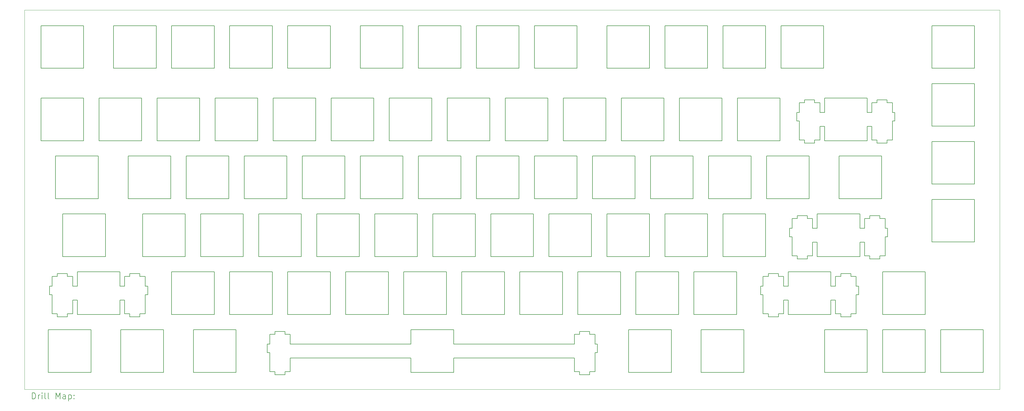
<source format=gbr>
%TF.GenerationSoftware,KiCad,Pcbnew,(6.0.10)*%
%TF.CreationDate,2023-03-05T20:54:47-08:00*%
%TF.ProjectId,fr4 plate,66723420-706c-4617-9465-2e6b69636164,rev?*%
%TF.SameCoordinates,Original*%
%TF.FileFunction,Drillmap*%
%TF.FilePolarity,Positive*%
%FSLAX45Y45*%
G04 Gerber Fmt 4.5, Leading zero omitted, Abs format (unit mm)*
G04 Created by KiCad (PCBNEW (6.0.10)) date 2023-03-05 20:54:47*
%MOMM*%
%LPD*%
G01*
G04 APERTURE LIST*
%ADD10C,0.188976*%
%ADD11C,0.050000*%
%ADD12C,0.200000*%
G04 APERTURE END LIST*
D10*
X13050600Y-15112200D02*
X17013100Y-15112200D01*
X17098801Y-8467200D02*
X17098801Y-8467200D01*
X21175600Y-15582200D02*
X22575600Y-15582200D01*
X27295601Y-11122201D02*
X27295601Y-11122201D01*
X3287501Y-5581000D02*
X3287501Y-5581000D01*
X10431201Y-6562200D02*
X10431201Y-6562200D01*
X13765001Y-11772200D02*
X13765001Y-10372201D01*
X15193801Y-9867200D02*
X15193801Y-9867200D01*
X17098801Y-5581000D02*
X17098801Y-4181000D01*
X12812500Y-13677200D02*
X12812500Y-13677200D01*
X26776302Y-6709200D02*
X26776302Y-7032200D01*
X9955001Y-10372201D02*
X9955001Y-10372201D01*
X17603801Y-8467200D02*
X17603801Y-9867200D01*
X27213100Y-11122201D02*
X27213100Y-11122201D01*
X25758101Y-12332200D02*
X25758101Y-12332200D01*
X24833101Y-10519200D02*
X24660500Y-10519200D01*
X29033800Y-15582200D02*
X30433800Y-15582200D01*
X24568700Y-6617200D02*
X24568700Y-6617200D01*
X41901Y-13752200D02*
X371901Y-13752200D01*
X25758101Y-12332200D02*
X25758101Y-12424200D01*
X24718700Y-9867200D02*
X24718700Y-8467200D01*
X24158101Y-10842200D02*
X24075600Y-10842200D01*
X7515601Y-14329200D02*
X7515601Y-14329200D01*
X19985001Y-11772200D02*
X19985001Y-11772200D01*
X4716301Y-7962200D02*
X4716301Y-6562200D01*
X13288800Y-8467200D02*
X11888800Y-8467200D01*
X14746300Y-7962200D02*
X14746300Y-7962200D01*
X28528801Y-15582200D02*
X28528801Y-14182200D01*
X15698801Y-4181000D02*
X15698801Y-5581000D01*
X24075600Y-10842200D02*
X24075600Y-11122201D01*
X14241301Y-7962200D02*
X14241301Y-7962200D01*
X18527501Y-13677200D02*
X18527501Y-13677200D01*
X-130599Y-12424200D02*
X-130599Y-12747200D01*
X22337500Y-13677200D02*
X22337500Y-13677200D01*
X11383801Y-5581000D02*
X11383801Y-4181000D01*
X28748000Y-5581000D02*
X28748000Y-5581000D01*
X20937500Y-12277200D02*
X20937500Y-13677200D01*
X7126300Y-6562200D02*
X7126300Y-7962200D01*
X9031201Y-7962200D02*
X9031201Y-7962200D01*
X25071300Y-7939200D02*
X25071300Y-7492200D01*
X7602501Y-12277200D02*
X7602501Y-13677200D01*
X24833101Y-11302200D02*
X24833101Y-11302200D01*
X22575600Y-15582200D02*
X22575600Y-14182200D01*
X26343102Y-13027200D02*
X26343102Y-13027200D01*
X25700002Y-8467200D02*
X25700002Y-9867200D01*
X25071300Y-7492200D02*
X25223800Y-7492200D01*
X10431201Y-7962200D02*
X10431201Y-6562200D01*
X24985601Y-11772200D02*
X26385601Y-11772200D01*
X11412500Y-13677200D02*
X11412500Y-13677200D01*
X20461301Y-7962200D02*
X20461301Y-7962200D01*
X27040599Y-11749200D02*
X27213100Y-11749200D01*
X11650501Y-15112200D02*
X11650501Y-15112200D01*
X2421901Y-12332200D02*
X2421901Y-12424200D01*
X22366301Y-7962200D02*
X23766301Y-7962200D01*
X23880600Y-13207200D02*
X24033101Y-13207200D01*
X24158101Y-10519200D02*
X24158101Y-10519200D01*
X29033800Y-14182200D02*
X29033800Y-15582200D01*
X17185601Y-15657200D02*
X17185601Y-15657200D01*
X24833101Y-11749200D02*
X24833101Y-11749200D01*
X-17499Y-8467200D02*
X-17499Y-9867200D01*
X27100002Y-9867200D02*
X27100002Y-9867200D01*
X18794401Y-15582200D02*
X18794401Y-15582200D01*
X18080001Y-11772200D02*
X18080001Y-11772200D01*
X5668801Y-8467200D02*
X4268801Y-8467200D01*
X21385001Y-11772200D02*
X21385001Y-11772200D01*
X9507501Y-13677200D02*
X10907501Y-13677200D01*
X24396300Y-6709200D02*
X24396300Y-6709200D01*
X20908800Y-9867200D02*
X20908800Y-9867200D01*
X17098801Y-9867200D02*
X17098801Y-8467200D01*
X6145001Y-11772200D02*
X6145001Y-10372201D01*
X8526301Y-7962200D02*
X8526301Y-7962200D01*
X22575600Y-14182200D02*
X22575600Y-14182200D01*
X906301Y-4181000D02*
X906301Y-4181000D01*
X25433101Y-13677200D02*
X25433101Y-13677200D01*
X25585601Y-13207200D02*
X25585601Y-13654200D01*
X7013101Y-14652200D02*
X6930600Y-14652200D01*
X7688101Y-15112200D02*
X7688101Y-15112200D01*
X25223800Y-7032200D02*
X25071300Y-7032200D01*
X27040599Y-11749200D02*
X27040599Y-11749200D01*
X24396300Y-7312200D02*
X24396300Y-7939200D01*
X7126300Y-7962200D02*
X7126300Y-7962200D01*
X11383801Y-9867200D02*
X11383801Y-9867200D01*
X27278801Y-6709200D02*
X27278801Y-6709200D01*
X22337500Y-13677200D02*
X22337500Y-12277200D01*
X24833101Y-10842200D02*
X24833101Y-10519200D01*
X371901Y-12332200D02*
X41901Y-12332200D01*
X25585601Y-13654200D02*
X25585601Y-13654200D01*
X21890001Y-5581000D02*
X21890001Y-5581000D01*
X2096901Y-13207200D02*
X2096901Y-13207200D01*
X21385001Y-5581000D02*
X21385001Y-5581000D01*
X24718700Y-8467200D02*
X24718700Y-8467200D01*
X9031201Y-7962200D02*
X10431201Y-7962200D01*
X30148000Y-7991000D02*
X30148000Y-7991000D01*
X5192501Y-13677200D02*
X5192501Y-12277200D01*
X21413801Y-9867200D02*
X21413801Y-9867200D01*
X27040599Y-11847200D02*
X27040599Y-11847200D01*
X26710601Y-10427200D02*
X26710601Y-10519200D01*
X906301Y-7962200D02*
X906301Y-7962200D01*
X24330600Y-10427200D02*
X24330600Y-10519200D01*
X23205600Y-12424200D02*
X23205600Y-12747200D01*
X26385601Y-11772200D02*
X26385601Y-11772200D01*
X7013101Y-14652200D02*
X7013101Y-14652200D01*
X26776302Y-7032200D02*
X26776302Y-7032200D01*
X25223800Y-14182200D02*
X25223800Y-15582200D01*
X4745001Y-11772200D02*
X6145001Y-11772200D01*
X1887501Y-4181000D02*
X1887501Y-5581000D01*
X16175000Y-11772200D02*
X16175000Y-11772200D01*
X25433101Y-13207200D02*
X25585601Y-13207200D01*
X2421901Y-12332200D02*
X2421901Y-12332200D01*
X906301Y-7962200D02*
X906301Y-6562200D01*
X2249401Y-12424200D02*
X2249401Y-12424200D01*
X27128801Y-15582200D02*
X28528801Y-15582200D01*
X11383801Y-4181000D02*
X9983801Y-4181000D01*
X1620601Y-11772200D02*
X1620601Y-11772200D01*
X21413801Y-9867200D02*
X22813800Y-9867200D01*
X371901Y-12424200D02*
X371901Y-12332200D01*
X1144401Y-15582200D02*
X1144401Y-15582200D01*
X22337500Y-12277200D02*
X22337500Y-12277200D01*
X25433101Y-13677200D02*
X25433101Y-13207200D01*
X22337500Y-12277200D02*
X20937500Y-12277200D01*
X8050000Y-11772200D02*
X8050000Y-10372201D01*
X17127501Y-12277200D02*
X17127501Y-13677200D01*
X24660500Y-10519200D02*
X24660500Y-10519200D01*
X17688100Y-14652200D02*
X17688100Y-14329200D01*
X12841301Y-7962200D02*
X14241301Y-7962200D01*
X21890001Y-4181000D02*
X21890001Y-5581000D01*
X19480001Y-11772200D02*
X19480001Y-10372201D01*
X11650501Y-15582200D02*
X11650501Y-15582200D01*
X5668801Y-9867200D02*
X5668801Y-8467200D01*
X17013100Y-15559200D02*
X17185601Y-15559200D01*
X25195000Y-5581000D02*
X25195000Y-5581000D01*
X9002501Y-5581000D02*
X9002501Y-4181000D01*
X14717501Y-13677200D02*
X14717501Y-12277200D01*
X26776302Y-7492200D02*
X26776302Y-7939200D01*
X21385001Y-4181000D02*
X19985001Y-4181000D01*
X26623800Y-7962200D02*
X26623800Y-7492200D01*
X4716301Y-7962200D02*
X4716301Y-7962200D01*
X17098801Y-4181000D02*
X15698801Y-4181000D01*
X25195000Y-4181000D02*
X25195000Y-4181000D01*
X27100002Y-8467200D02*
X27100002Y-8467200D01*
X13765001Y-10372201D02*
X13765001Y-10372201D01*
X7126300Y-7962200D02*
X8526301Y-7962200D01*
X23708101Y-13654200D02*
X23708101Y-13654200D01*
X371901Y-13654200D02*
X544401Y-13654200D01*
X14717501Y-13677200D02*
X14717501Y-13677200D01*
X18556301Y-7962200D02*
X19956301Y-7962200D01*
X1144401Y-14182200D02*
X-255599Y-14182200D01*
X24396300Y-7939200D02*
X24568700Y-7939200D01*
X18527501Y-13677200D02*
X18527501Y-12277200D01*
X5668801Y-8467200D02*
X5668801Y-8467200D01*
X7013101Y-14329200D02*
X7013101Y-14329200D01*
X3525601Y-14182200D02*
X3525601Y-14182200D01*
X2751901Y-12424200D02*
X2751901Y-12332200D01*
X24313800Y-7032200D02*
X24313800Y-7032200D01*
X17098801Y-4181000D02*
X17098801Y-4181000D01*
X17688100Y-14932200D02*
X17770601Y-14932200D01*
X26710601Y-11847200D02*
X26710601Y-11847200D01*
X24833101Y-11749200D02*
X24833101Y-11302200D01*
X15193801Y-5581000D02*
X15193801Y-5581000D01*
X19985001Y-11772200D02*
X21385001Y-11772200D01*
X7602501Y-13677200D02*
X9002501Y-13677200D01*
X12365001Y-10372201D02*
X12365001Y-11772200D01*
X28528801Y-15582200D02*
X28528801Y-15582200D01*
X24660500Y-10427200D02*
X24660500Y-10427200D01*
X18051301Y-6562200D02*
X18051301Y-6562200D01*
X6930600Y-14652200D02*
X6930600Y-14932200D01*
X371901Y-13752200D02*
X371901Y-13752200D01*
X21385001Y-10372201D02*
X21385001Y-10372201D01*
X20194401Y-14182200D02*
X18794401Y-14182200D01*
X15670000Y-10372201D02*
X15670000Y-10372201D01*
X11412500Y-13677200D02*
X12812500Y-13677200D01*
X220601Y-10372201D02*
X220601Y-11772200D01*
X2924401Y-12424200D02*
X2924401Y-12424200D01*
X17688100Y-14329200D02*
X17688100Y-14329200D01*
X544401Y-12747200D02*
X544401Y-12747200D01*
X13050600Y-14182200D02*
X13050600Y-14182200D01*
X26088100Y-13752200D02*
X26088100Y-13752200D01*
X3792501Y-5581000D02*
X3792501Y-5581000D01*
X19985001Y-10372201D02*
X19985001Y-11772200D01*
X13793801Y-5581000D02*
X15193801Y-5581000D01*
X26538100Y-11749200D02*
X26538100Y-11749200D01*
X19985001Y-5581000D02*
X19985001Y-5581000D01*
X27451302Y-7939200D02*
X27451302Y-7312200D01*
X41901Y-12424200D02*
X-130599Y-12424200D01*
X16175000Y-10372201D02*
X16175000Y-11772200D01*
X9983801Y-9867200D02*
X9983801Y-9867200D01*
X25223800Y-15582200D02*
X25223800Y-15582200D01*
X2811301Y-6562200D02*
X1411301Y-6562200D01*
X7573800Y-9867200D02*
X7573800Y-9867200D01*
X23378101Y-13752200D02*
X23708101Y-13752200D01*
X25195000Y-4181000D02*
X23795000Y-4181000D01*
X9983801Y-8467200D02*
X9983801Y-9867200D01*
X27040599Y-11847200D02*
X27040599Y-11749200D01*
X24833101Y-10842200D02*
X24833101Y-10842200D01*
X906301Y-4181000D02*
X-493699Y-4181000D01*
X26948800Y-7939200D02*
X26948800Y-8037200D01*
X1887501Y-5581000D02*
X1887501Y-5581000D01*
X23880600Y-12424200D02*
X23708101Y-12424200D01*
X24985601Y-11772200D02*
X24985601Y-11772200D01*
X26260601Y-12747200D02*
X26260601Y-12747200D01*
X2421901Y-12424200D02*
X2249401Y-12424200D01*
X7097501Y-13677200D02*
X7097501Y-13677200D01*
X17515601Y-15657200D02*
X17515601Y-15657200D01*
X26260601Y-13027200D02*
X26260601Y-13027200D01*
X2421901Y-12424200D02*
X2421901Y-12424200D01*
X8078801Y-9867200D02*
X8078801Y-9867200D01*
X11383801Y-8467200D02*
X9983801Y-8467200D01*
X20194401Y-14182200D02*
X20194401Y-14182200D01*
X7097501Y-12277200D02*
X7097501Y-12277200D01*
X220601Y-11772200D02*
X220601Y-11772200D01*
X27278801Y-8037200D02*
X27278801Y-7939200D01*
X15698801Y-5581000D02*
X15698801Y-5581000D01*
X19032500Y-13677200D02*
X20432500Y-13677200D01*
X20432500Y-13677200D02*
X20432500Y-12277200D01*
X5192501Y-5581000D02*
X5192501Y-5581000D01*
X24985601Y-11302200D02*
X24985601Y-11302200D01*
X6650000Y-11772200D02*
X6650000Y-11772200D01*
X24158101Y-10519200D02*
X24158101Y-10842200D01*
X17515601Y-14329200D02*
X17515601Y-14237200D01*
X23378101Y-13752200D02*
X23378101Y-13752200D01*
X2421901Y-13752200D02*
X2751901Y-13752200D01*
X26948800Y-6617200D02*
X26948800Y-6617200D01*
X2840001Y-11772200D02*
X2840001Y-11772200D01*
X21861301Y-6562200D02*
X20461301Y-6562200D01*
X11888800Y-8467200D02*
X11888800Y-9867200D01*
X19003801Y-8467200D02*
X19003801Y-8467200D01*
X24898800Y-8037200D02*
X24898800Y-8037200D01*
X22813800Y-9867200D02*
X22813800Y-9867200D01*
X27295601Y-10842200D02*
X27213100Y-10842200D01*
X-130599Y-13027200D02*
X-130599Y-13027200D01*
X13793801Y-8467200D02*
X13793801Y-9867200D01*
X23880600Y-12424200D02*
X23880600Y-12424200D01*
X23880600Y-12747200D02*
X23880600Y-12747200D01*
X41901Y-13654200D02*
X41901Y-13654200D01*
X19032500Y-12277200D02*
X19032500Y-13677200D01*
X12336301Y-7962200D02*
X12336301Y-6562200D01*
X16146300Y-6562200D02*
X14746300Y-6562200D01*
X21861301Y-6562200D02*
X21861301Y-6562200D01*
X24985601Y-10842200D02*
X24985601Y-10842200D01*
X12336301Y-7962200D02*
X12336301Y-7962200D01*
X5192501Y-4181000D02*
X5192501Y-4181000D01*
X2924401Y-12747200D02*
X2924401Y-12747200D01*
X1411301Y-7962200D02*
X2811301Y-7962200D01*
X4716301Y-6562200D02*
X3316301Y-6562200D01*
X544401Y-13207200D02*
X544401Y-13207200D01*
X17013100Y-15112200D02*
X17013100Y-15559200D01*
X24396300Y-7032200D02*
X24313800Y-7032200D01*
X28748000Y-9896000D02*
X28748000Y-11296000D01*
X14241301Y-6562200D02*
X14241301Y-6562200D01*
X3316301Y-7962200D02*
X4716301Y-7962200D01*
X25433101Y-12277200D02*
X24033101Y-12277200D01*
X24033101Y-12747200D02*
X24033101Y-12747200D01*
X11860001Y-11772200D02*
X11860001Y-11772200D01*
X17575000Y-10372201D02*
X17575000Y-10372201D01*
X-493699Y-5581000D02*
X-493699Y-5581000D01*
X4240001Y-10372201D02*
X4240001Y-10372201D01*
X27213100Y-10842200D02*
X27213100Y-10519200D01*
X27278801Y-7939200D02*
X27278801Y-7939200D01*
X4716301Y-6562200D02*
X4716301Y-6562200D01*
X3792501Y-13677200D02*
X3792501Y-13677200D01*
X10460001Y-11772200D02*
X11860001Y-11772200D01*
X13793801Y-9867200D02*
X13793801Y-9867200D01*
X19480001Y-4181000D02*
X19480001Y-4181000D01*
X7573800Y-8467200D02*
X6173800Y-8467200D01*
X26710601Y-11749200D02*
X26710601Y-11749200D01*
X17013100Y-14652200D02*
X13050600Y-14652200D01*
X16146300Y-7962200D02*
X16146300Y-7962200D01*
X24568700Y-8037200D02*
X24898800Y-8037200D01*
X7097501Y-5581000D02*
X7097501Y-4181000D01*
X14270000Y-10372201D02*
X14270000Y-11772200D01*
X23766301Y-6562200D02*
X22366301Y-6562200D01*
X25223800Y-7492200D02*
X25223800Y-7492200D01*
X-130599Y-13654200D02*
X41901Y-13654200D01*
X5697501Y-13677200D02*
X7097501Y-13677200D01*
X5192501Y-12277200D02*
X5192501Y-12277200D01*
X30433800Y-15582200D02*
X30433800Y-14182200D01*
X6173800Y-9867200D02*
X6173800Y-9867200D01*
X25223800Y-7962200D02*
X26623800Y-7962200D01*
X544401Y-13207200D02*
X696901Y-13207200D01*
X27295601Y-10842200D02*
X27295601Y-10842200D01*
X24985601Y-10372201D02*
X24985601Y-10842200D01*
X7573800Y-9867200D02*
X7573800Y-8467200D01*
X26776302Y-7032200D02*
X26623800Y-7032200D01*
X25223800Y-7032200D02*
X25223800Y-7032200D01*
X3525601Y-15582200D02*
X3525601Y-15582200D01*
X26623800Y-7032200D02*
X26623800Y-7032200D01*
X26385601Y-10842200D02*
X26385601Y-10842200D01*
X23290001Y-5581000D02*
X23290001Y-5581000D01*
X6173800Y-8467200D02*
X6173800Y-9867200D01*
X17770601Y-14932200D02*
X17770601Y-14652200D01*
X18527501Y-12277200D02*
X18527501Y-12277200D01*
X-213099Y-12747200D02*
X-213099Y-13027200D01*
X2363801Y-9867200D02*
X3763801Y-9867200D01*
X12336301Y-6562200D02*
X12336301Y-6562200D01*
X23318801Y-9867200D02*
X23318801Y-9867200D01*
X11383801Y-8467200D02*
X11383801Y-8467200D01*
X16622501Y-13677200D02*
X16622501Y-12277200D01*
X24898800Y-8037200D02*
X24898800Y-7939200D01*
X26623800Y-7962200D02*
X26623800Y-7962200D01*
X17515601Y-14329200D02*
X17515601Y-14329200D01*
X23708101Y-13752200D02*
X23708101Y-13752200D01*
X26776302Y-7939200D02*
X26776302Y-7939200D01*
X19003801Y-9867200D02*
X19003801Y-9867200D01*
X23205600Y-13654200D02*
X23205600Y-13654200D01*
X23708101Y-13654200D02*
X23880600Y-13654200D01*
X7185601Y-14237200D02*
X7185601Y-14237200D01*
X10907501Y-13677200D02*
X10907501Y-13677200D01*
X7185601Y-15559200D02*
X7185601Y-15657200D01*
X10431201Y-6562200D02*
X9031201Y-6562200D01*
X2840001Y-10372201D02*
X2840001Y-11772200D01*
X8050000Y-11772200D02*
X8050000Y-11772200D01*
X19956301Y-6562200D02*
X19956301Y-6562200D01*
X26623800Y-7032200D02*
X26623800Y-6562200D01*
X13793801Y-9867200D02*
X15193801Y-9867200D01*
X20908800Y-8467200D02*
X19508800Y-8467200D01*
X27128801Y-13677200D02*
X28528801Y-13677200D01*
X26343102Y-13027200D02*
X26343102Y-12747200D01*
X9507501Y-12277200D02*
X9507501Y-13677200D01*
X6650000Y-10372201D02*
X6650000Y-11772200D01*
X2096901Y-13677200D02*
X2096901Y-13677200D01*
X26538100Y-10842200D02*
X26538100Y-10842200D01*
X26260601Y-13027200D02*
X26343102Y-13027200D01*
X24568700Y-6709200D02*
X24568700Y-6709200D01*
X18080001Y-10372201D02*
X18080001Y-11772200D01*
X23708101Y-12424200D02*
X23708101Y-12424200D01*
X9002501Y-13677200D02*
X9002501Y-12277200D01*
X30148000Y-7486000D02*
X30148000Y-6086000D01*
X16146300Y-7962200D02*
X16146300Y-6562200D01*
X26776302Y-6709200D02*
X26776302Y-6709200D01*
X14717501Y-12277200D02*
X13317501Y-12277200D01*
X3006901Y-13027200D02*
X3006901Y-13027200D01*
X17185601Y-15559200D02*
X17185601Y-15657200D01*
X6621301Y-7962200D02*
X6621301Y-7962200D01*
X7688101Y-15559200D02*
X7688101Y-15559200D01*
X23205600Y-13027200D02*
X23205600Y-13027200D01*
X12841301Y-6562200D02*
X12841301Y-7962200D01*
X2249401Y-13207200D02*
X2249401Y-13207200D01*
X-255599Y-15582200D02*
X1144401Y-15582200D01*
X12812500Y-12277200D02*
X12812500Y-12277200D01*
X3763801Y-9867200D02*
X3763801Y-9867200D01*
X25223800Y-6562200D02*
X25223800Y-7032200D01*
X25223800Y-15582200D02*
X26623800Y-15582200D01*
X22813800Y-8467200D02*
X21413801Y-8467200D01*
X23708101Y-12332200D02*
X23708101Y-12332200D01*
X19956301Y-7962200D02*
X19956301Y-6562200D01*
X41901Y-12424200D02*
X41901Y-12424200D01*
X30148000Y-11296000D02*
X30148000Y-11296000D01*
X14746300Y-7962200D02*
X16146300Y-7962200D01*
X15193801Y-9867200D02*
X15193801Y-8467200D01*
X11860001Y-10372201D02*
X10460001Y-10372201D01*
X26948800Y-6709200D02*
X26776302Y-6709200D01*
X30433800Y-15582200D02*
X30433800Y-15582200D01*
X5221301Y-7962200D02*
X6621301Y-7962200D01*
X27278801Y-6617200D02*
X26948800Y-6617200D01*
X10907501Y-12277200D02*
X10907501Y-12277200D01*
X19985001Y-4181000D02*
X19985001Y-5581000D01*
X27451302Y-7032200D02*
X27451302Y-7032200D01*
X26088100Y-13654200D02*
X26260601Y-13654200D01*
X30148000Y-7486000D02*
X30148000Y-7486000D01*
X23378101Y-12424200D02*
X23378101Y-12424200D01*
X23290001Y-4181000D02*
X23290001Y-4181000D01*
X17185601Y-14237200D02*
X17185601Y-14329200D01*
X12365001Y-11772200D02*
X12365001Y-11772200D01*
X15193801Y-4181000D02*
X15193801Y-4181000D01*
X23880600Y-12747200D02*
X23880600Y-12424200D01*
X7515601Y-15657200D02*
X7515601Y-15657200D01*
X10936200Y-6562200D02*
X10936200Y-7962200D01*
X19480001Y-10372201D02*
X18080001Y-10372201D01*
X11888800Y-9867200D02*
X11888800Y-9867200D01*
X7515601Y-15657200D02*
X7515601Y-15559200D01*
X7185601Y-14329200D02*
X7185601Y-14329200D01*
X7185601Y-14329200D02*
X7013101Y-14329200D01*
D11*
X-1038000Y-3660000D02*
X30972000Y-3660000D01*
X30972000Y-3660000D02*
X30972000Y-16143000D01*
X30972000Y-16143000D02*
X-1038000Y-16143000D01*
X-1038000Y-16143000D02*
X-1038000Y-3660000D01*
D10*
X27128801Y-13677200D02*
X27128801Y-13677200D01*
X3006901Y-12747200D02*
X2924401Y-12747200D01*
X12336301Y-6562200D02*
X10936200Y-6562200D01*
X24158101Y-11122201D02*
X24158101Y-11749200D01*
X30148000Y-5581000D02*
X30148000Y-4181000D01*
X696901Y-13207200D02*
X696901Y-13677200D01*
X27295601Y-11122201D02*
X27295601Y-10842200D01*
X28748000Y-7486000D02*
X28748000Y-7486000D01*
X2751901Y-12332200D02*
X2751901Y-12332200D01*
X24330600Y-11847200D02*
X24330600Y-11847200D01*
X9478801Y-8467200D02*
X8078801Y-8467200D01*
X24330600Y-10427200D02*
X24330600Y-10427200D01*
X27451302Y-7312200D02*
X27451302Y-7312200D01*
X17013100Y-14329200D02*
X17013100Y-14652200D01*
X25758101Y-12424200D02*
X25585601Y-12424200D01*
X24033101Y-12747200D02*
X23880600Y-12747200D01*
X4506901Y-14182200D02*
X4506901Y-15582200D01*
X5192501Y-12277200D02*
X3792501Y-12277200D01*
X27100002Y-8467200D02*
X25700002Y-8467200D01*
X11650501Y-14652200D02*
X7688101Y-14652200D01*
X17575000Y-10372201D02*
X16175000Y-10372201D01*
X906301Y-5581000D02*
X906301Y-4181000D01*
X2096901Y-12277200D02*
X696901Y-12277200D01*
X18527501Y-12277200D02*
X17127501Y-12277200D01*
X21890001Y-5581000D02*
X23290001Y-5581000D01*
X17688100Y-14932200D02*
X17688100Y-14932200D01*
X24075600Y-11122201D02*
X24158101Y-11122201D01*
X28748000Y-11296000D02*
X28748000Y-11296000D01*
X9983801Y-5581000D02*
X9983801Y-5581000D01*
X23290001Y-5581000D02*
X23290001Y-4181000D01*
X5906900Y-14182200D02*
X5906900Y-14182200D01*
X7013101Y-14932200D02*
X7013101Y-15559200D01*
X27451302Y-7312200D02*
X27533800Y-7312200D01*
X30148000Y-9391000D02*
X30148000Y-9391000D01*
X544401Y-12424200D02*
X371901Y-12424200D01*
X30148000Y-11296000D02*
X30148000Y-9896000D01*
X18794401Y-14182200D02*
X18794401Y-15582200D01*
X24898800Y-6709200D02*
X24898800Y-6617200D01*
X6621301Y-6562200D02*
X5221301Y-6562200D01*
X41901Y-12332200D02*
X41901Y-12332200D01*
X15222501Y-13677200D02*
X15222501Y-13677200D01*
X11888800Y-5581000D02*
X13288800Y-5581000D01*
X2096901Y-12747200D02*
X2096901Y-12747200D01*
X2751901Y-13654200D02*
X2751901Y-13654200D01*
X18051301Y-6562200D02*
X16651300Y-6562200D01*
X24898800Y-6709200D02*
X24898800Y-6709200D01*
X17603801Y-9867200D02*
X17603801Y-9867200D01*
X25700002Y-9867200D02*
X27100002Y-9867200D01*
X16146300Y-6562200D02*
X16146300Y-6562200D01*
X23123101Y-13027200D02*
X23205600Y-13027200D01*
X28748000Y-7486000D02*
X30148000Y-7486000D01*
X23205600Y-12747200D02*
X23205600Y-12747200D01*
X17688100Y-14652200D02*
X17688100Y-14652200D01*
X696901Y-13677200D02*
X2096901Y-13677200D01*
X7515601Y-15559200D02*
X7688101Y-15559200D01*
X17098801Y-9867200D02*
X17098801Y-9867200D01*
X24330600Y-11749200D02*
X24330600Y-11847200D01*
X1411301Y-7962200D02*
X1411301Y-7962200D01*
X27533800Y-7032200D02*
X27533800Y-7032200D01*
X27278801Y-8037200D02*
X27278801Y-8037200D01*
X5906900Y-15582200D02*
X5906900Y-14182200D01*
X27278801Y-7939200D02*
X27451302Y-7939200D01*
X6650000Y-11772200D02*
X8050000Y-11772200D01*
X26088100Y-12424200D02*
X26088100Y-12424200D01*
X26088100Y-12332200D02*
X26088100Y-12332200D01*
X18794401Y-15582200D02*
X20194401Y-15582200D01*
X2363801Y-8467200D02*
X2363801Y-9867200D01*
X19480001Y-5581000D02*
X19480001Y-5581000D01*
X15670000Y-10372201D02*
X14270000Y-10372201D01*
X23378101Y-12332200D02*
X23378101Y-12332200D01*
X14717501Y-12277200D02*
X14717501Y-12277200D01*
X19956301Y-6562200D02*
X18556301Y-6562200D01*
X-255599Y-15582200D02*
X-255599Y-15582200D01*
X30148000Y-4181000D02*
X28748000Y-4181000D01*
X15193801Y-5581000D02*
X15193801Y-4181000D01*
X4268801Y-9867200D02*
X4268801Y-9867200D01*
X13793801Y-5581000D02*
X13793801Y-5581000D01*
X3763801Y-8467200D02*
X2363801Y-8467200D01*
X29033800Y-15582200D02*
X29033800Y-15582200D01*
X2125601Y-15582200D02*
X2125601Y-15582200D01*
X25433101Y-13207200D02*
X25433101Y-13207200D01*
X15698801Y-9867200D02*
X17098801Y-9867200D01*
X5697501Y-4181000D02*
X5697501Y-5581000D01*
X13050600Y-15582200D02*
X13050600Y-15582200D01*
X23795000Y-5581000D02*
X25195000Y-5581000D01*
X24313800Y-7312200D02*
X24313800Y-7312200D01*
X8078801Y-8467200D02*
X8078801Y-9867200D01*
X20461301Y-6562200D02*
X20461301Y-7962200D01*
X24568700Y-7939200D02*
X24568700Y-7939200D01*
X10907501Y-12277200D02*
X9507501Y-12277200D01*
X3525601Y-15582200D02*
X3525601Y-14182200D01*
X371901Y-12332200D02*
X371901Y-12332200D01*
X24396300Y-7032200D02*
X24396300Y-7032200D01*
X11860001Y-10372201D02*
X11860001Y-10372201D01*
X24158101Y-11122201D02*
X24158101Y-11122201D01*
X24330600Y-11749200D02*
X24330600Y-11749200D01*
X24158101Y-11749200D02*
X24330600Y-11749200D01*
X25585601Y-12424200D02*
X25585601Y-12424200D01*
X17515601Y-15559200D02*
X17688100Y-15559200D01*
X30433800Y-14182200D02*
X29033800Y-14182200D01*
X23708101Y-12424200D02*
X23708101Y-12332200D01*
X17013100Y-15112200D02*
X17013100Y-15112200D01*
X27278801Y-6709200D02*
X27278801Y-6617200D01*
X26088100Y-12424200D02*
X26088100Y-12332200D01*
X21413801Y-8467200D02*
X21413801Y-9867200D01*
X17770601Y-14652200D02*
X17688100Y-14652200D01*
X24568700Y-6709200D02*
X24396300Y-6709200D01*
X27451302Y-7939200D02*
X27451302Y-7939200D01*
X19480001Y-11772200D02*
X19480001Y-11772200D01*
X17515601Y-14237200D02*
X17185601Y-14237200D01*
X19480001Y-4181000D02*
X18080001Y-4181000D01*
X19480001Y-5581000D02*
X19480001Y-4181000D01*
X371901Y-12424200D02*
X371901Y-12424200D01*
X544401Y-12747200D02*
X544401Y-12424200D01*
X26948800Y-7939200D02*
X26948800Y-7939200D01*
X7097501Y-13677200D02*
X7097501Y-12277200D01*
X2924401Y-13027200D02*
X3006901Y-13027200D01*
X3763801Y-9867200D02*
X3763801Y-8467200D01*
X8526301Y-6562200D02*
X8526301Y-6562200D01*
X25758101Y-13654200D02*
X25758101Y-13752200D01*
X27451302Y-6709200D02*
X27451302Y-6709200D01*
X9002501Y-4181000D02*
X7602501Y-4181000D01*
X26623800Y-6562200D02*
X25223800Y-6562200D01*
X-17499Y-9867200D02*
X1382501Y-9867200D01*
X13765001Y-10372201D02*
X12365001Y-10372201D01*
X371901Y-13654200D02*
X371901Y-13654200D01*
X21175600Y-14182200D02*
X21175600Y-15582200D01*
X13317501Y-13677200D02*
X13317501Y-13677200D01*
X28748000Y-9391000D02*
X30148000Y-9391000D01*
X26623800Y-14182200D02*
X26623800Y-14182200D01*
X2249401Y-12424200D02*
X2249401Y-12747200D01*
X24898800Y-7939200D02*
X25071300Y-7939200D01*
X14241301Y-7962200D02*
X14241301Y-6562200D01*
X20461301Y-7962200D02*
X21861301Y-7962200D01*
X20937500Y-13677200D02*
X22337500Y-13677200D01*
X13050600Y-14182200D02*
X11650501Y-14182200D01*
X27213100Y-10842200D02*
X27213100Y-10842200D01*
X21890001Y-10372201D02*
X21890001Y-11772200D01*
X5192501Y-13677200D02*
X5192501Y-13677200D01*
X41901Y-13654200D02*
X41901Y-13752200D01*
X27128801Y-14182200D02*
X27128801Y-15582200D01*
X2421901Y-13654200D02*
X2421901Y-13752200D01*
X10936200Y-7962200D02*
X12336301Y-7962200D01*
X23795000Y-5581000D02*
X23795000Y-5581000D01*
X28528801Y-13677200D02*
X28528801Y-13677200D01*
X7097501Y-5581000D02*
X7097501Y-5581000D01*
X4268801Y-8467200D02*
X4268801Y-9867200D01*
X2751901Y-13654200D02*
X2924401Y-13654200D01*
X5697501Y-12277200D02*
X5697501Y-13677200D01*
X2751901Y-12424200D02*
X2751901Y-12424200D01*
X18556301Y-6562200D02*
X18556301Y-7962200D01*
X1382501Y-8467200D02*
X-17499Y-8467200D01*
X1144401Y-15582200D02*
X1144401Y-14182200D01*
X13050600Y-15112200D02*
X13050600Y-15112200D01*
X19508800Y-9867200D02*
X19508800Y-9867200D01*
X17688100Y-14329200D02*
X17515601Y-14329200D01*
X-213099Y-12747200D02*
X-213099Y-12747200D01*
X1382501Y-9867200D02*
X1382501Y-9867200D01*
X4745001Y-11772200D02*
X4745001Y-11772200D01*
X5906900Y-15582200D02*
X5906900Y-15582200D01*
X23708101Y-13752200D02*
X23708101Y-13654200D01*
X7097501Y-4181000D02*
X7097501Y-4181000D01*
X13288800Y-5581000D02*
X13288800Y-4181000D01*
X15222501Y-13677200D02*
X16622501Y-13677200D01*
X14270000Y-11772200D02*
X15670000Y-11772200D01*
X8050000Y-10372201D02*
X8050000Y-10372201D01*
X21385001Y-4181000D02*
X21385001Y-4181000D01*
X9002501Y-5581000D02*
X9002501Y-5581000D01*
X7515601Y-15559200D02*
X7515601Y-15559200D01*
X26260601Y-12747200D02*
X26260601Y-12424200D01*
X30148000Y-7991000D02*
X28748000Y-7991000D01*
X1620601Y-10372201D02*
X1620601Y-10372201D01*
X5668801Y-9867200D02*
X5668801Y-9867200D01*
X27040599Y-10519200D02*
X27040599Y-10519200D01*
X2096901Y-13677200D02*
X2096901Y-13207200D01*
X14241301Y-6562200D02*
X12841301Y-6562200D01*
X-130599Y-12424200D02*
X-130599Y-12424200D01*
X28528801Y-13677200D02*
X28528801Y-12277200D01*
X26260601Y-12424200D02*
X26088100Y-12424200D01*
X24396300Y-6709200D02*
X24396300Y-7032200D01*
X23880600Y-13207200D02*
X23880600Y-13207200D01*
X24330600Y-10519200D02*
X24158101Y-10519200D01*
X6621301Y-6562200D02*
X6621301Y-6562200D01*
X25071300Y-6709200D02*
X24898800Y-6709200D01*
X9031201Y-6562200D02*
X9031201Y-7962200D01*
X18080001Y-11772200D02*
X19480001Y-11772200D01*
X11888800Y-9867200D02*
X13288800Y-9867200D01*
X24660500Y-10519200D02*
X24660500Y-10427200D01*
X6930600Y-14932200D02*
X6930600Y-14932200D01*
X2125601Y-14182200D02*
X2125601Y-15582200D01*
X13050600Y-14652200D02*
X13050600Y-14182200D01*
X544401Y-13654200D02*
X544401Y-13207200D01*
X24158101Y-11749200D02*
X24158101Y-11749200D01*
X26948800Y-8037200D02*
X26948800Y-8037200D01*
X7185601Y-14237200D02*
X7185601Y-14329200D01*
X13288800Y-4181000D02*
X11888800Y-4181000D01*
X23318801Y-8467200D02*
X23318801Y-9867200D01*
X17127501Y-13677200D02*
X17127501Y-13677200D01*
X15670000Y-11772200D02*
X15670000Y-11772200D01*
X3792501Y-4181000D02*
X3792501Y-5581000D01*
X4240001Y-10372201D02*
X2840001Y-10372201D01*
X23378101Y-12424200D02*
X23205600Y-12424200D01*
X2096901Y-12747200D02*
X2096901Y-12277200D01*
X24898800Y-7939200D02*
X24898800Y-7939200D01*
X20908800Y-8467200D02*
X20908800Y-8467200D01*
X26088100Y-13752200D02*
X26088100Y-13654200D01*
X19985001Y-5581000D02*
X21385001Y-5581000D01*
X30148000Y-6086000D02*
X28748000Y-6086000D01*
X24660500Y-11847200D02*
X24660500Y-11749200D01*
X11650501Y-15112200D02*
X11650501Y-15582200D01*
X30148000Y-6086000D02*
X30148000Y-6086000D01*
X7185601Y-15559200D02*
X7185601Y-15559200D01*
X24313800Y-7312200D02*
X24396300Y-7312200D01*
X24033101Y-13677200D02*
X25433101Y-13677200D01*
X25433101Y-12277200D02*
X25433101Y-12277200D01*
X26088100Y-12332200D02*
X25758101Y-12332200D01*
X544401Y-13654200D02*
X544401Y-13654200D01*
X24660500Y-11749200D02*
X24660500Y-11749200D01*
X21175600Y-15582200D02*
X21175600Y-15582200D01*
X7013101Y-14329200D02*
X7013101Y-14652200D01*
X23290001Y-11772200D02*
X23290001Y-10372201D01*
X28748000Y-11296000D02*
X30148000Y-11296000D01*
X7688101Y-15559200D02*
X7688101Y-15112200D01*
X27040599Y-10427200D02*
X27040599Y-10427200D01*
X16651300Y-7962200D02*
X18051301Y-7962200D01*
X13288800Y-9867200D02*
X13288800Y-8467200D01*
X696901Y-12277200D02*
X696901Y-12747200D01*
X23880600Y-13654200D02*
X23880600Y-13654200D01*
X15670000Y-11772200D02*
X15670000Y-10372201D01*
X23378101Y-12332200D02*
X23378101Y-12424200D01*
X5192501Y-4181000D02*
X3792501Y-4181000D01*
X24313800Y-7032200D02*
X24313800Y-7312200D01*
X28748000Y-7991000D02*
X28748000Y-9391000D01*
X8555001Y-11772200D02*
X9955001Y-11772200D01*
X3316301Y-6562200D02*
X3316301Y-7962200D01*
X17185601Y-14329200D02*
X17185601Y-14329200D01*
X12812500Y-12277200D02*
X11412500Y-12277200D01*
X7688101Y-14652200D02*
X7688101Y-14652200D01*
X25585601Y-12747200D02*
X25433101Y-12747200D01*
X28748000Y-6086000D02*
X28748000Y-7486000D01*
X24718700Y-8467200D02*
X23318801Y-8467200D01*
X7688101Y-14329200D02*
X7688101Y-14329200D01*
X6145001Y-10372201D02*
X4745001Y-10372201D01*
X26776302Y-7492200D02*
X26776302Y-7492200D01*
X28528801Y-12277200D02*
X28528801Y-12277200D01*
X9955001Y-11772200D02*
X9955001Y-11772200D01*
X27533800Y-7312200D02*
X27533800Y-7312200D01*
X3316301Y-7962200D02*
X3316301Y-7962200D01*
X24568700Y-7939200D02*
X24568700Y-8037200D01*
X25071300Y-7492200D02*
X25071300Y-7492200D01*
X7602501Y-13677200D02*
X7602501Y-13677200D01*
X17098801Y-5581000D02*
X17098801Y-5581000D01*
X20194401Y-15582200D02*
X20194401Y-14182200D01*
X9002501Y-12277200D02*
X9002501Y-12277200D01*
X12365001Y-11772200D02*
X13765001Y-11772200D01*
X15193801Y-4181000D02*
X13793801Y-4181000D01*
X2249401Y-13654200D02*
X2249401Y-13654200D01*
X24158101Y-10842200D02*
X24158101Y-10842200D01*
X26538100Y-10519200D02*
X26538100Y-10842200D01*
X7602501Y-4181000D02*
X7602501Y-5581000D01*
X21385001Y-10372201D02*
X19985001Y-10372201D01*
X2811301Y-6562200D02*
X2811301Y-6562200D01*
X27213100Y-11122201D02*
X27295601Y-11122201D01*
X-493699Y-7962200D02*
X-493699Y-7962200D01*
X9983801Y-5581000D02*
X11383801Y-5581000D01*
X6930600Y-14652200D02*
X6930600Y-14652200D01*
X24660500Y-11847200D02*
X24660500Y-11847200D01*
X19032500Y-13677200D02*
X19032500Y-13677200D01*
X7013101Y-14932200D02*
X7013101Y-14932200D01*
X24033101Y-13207200D02*
X24033101Y-13677200D01*
X24396300Y-7939200D02*
X24396300Y-7939200D01*
X23290001Y-11772200D02*
X23290001Y-11772200D01*
X26710601Y-11847200D02*
X27040599Y-11847200D01*
X906301Y-6562200D02*
X906301Y-6562200D01*
X17575000Y-11772200D02*
X17575000Y-11772200D01*
X-493699Y-5581000D02*
X906301Y-5581000D01*
X26385601Y-10842200D02*
X26385601Y-10372201D01*
X7688101Y-14329200D02*
X7515601Y-14329200D01*
X1382501Y-9867200D02*
X1382501Y-8467200D01*
X7185601Y-15657200D02*
X7515601Y-15657200D01*
X8526301Y-7962200D02*
X8526301Y-6562200D01*
X5697501Y-5581000D02*
X5697501Y-5581000D01*
X13793801Y-4181000D02*
X13793801Y-5581000D01*
X5697501Y-13677200D02*
X5697501Y-13677200D01*
X25758101Y-13752200D02*
X26088100Y-13752200D01*
X23123101Y-12747200D02*
X23123101Y-13027200D01*
X8526301Y-6562200D02*
X7126300Y-6562200D01*
X17688100Y-15559200D02*
X17688100Y-15559200D01*
X26260601Y-13654200D02*
X26260601Y-13654200D01*
X23708101Y-12332200D02*
X23378101Y-12332200D01*
X6145001Y-10372201D02*
X6145001Y-10372201D01*
X1887501Y-5581000D02*
X3287501Y-5581000D01*
X2924401Y-13654200D02*
X2924401Y-13654200D01*
X24898800Y-6617200D02*
X24568700Y-6617200D01*
X2924401Y-12424200D02*
X2751901Y-12424200D01*
X22575600Y-15582200D02*
X22575600Y-15582200D01*
X3792501Y-5581000D02*
X5192501Y-5581000D01*
X26776302Y-7939200D02*
X26948800Y-7939200D01*
X27040599Y-10519200D02*
X27040599Y-10427200D01*
X-493699Y-4181000D02*
X-493699Y-5581000D01*
X7688101Y-14652200D02*
X7688101Y-14329200D01*
X-130599Y-13027200D02*
X-130599Y-13654200D01*
X24833101Y-10519200D02*
X24833101Y-10519200D01*
X19003801Y-9867200D02*
X19003801Y-8467200D01*
X7602501Y-5581000D02*
X9002501Y-5581000D01*
X27128801Y-15582200D02*
X27128801Y-15582200D01*
X17013100Y-14329200D02*
X17013100Y-14329200D01*
X3763801Y-8467200D02*
X3763801Y-8467200D01*
X17098801Y-8467200D02*
X15698801Y-8467200D01*
X1620601Y-11772200D02*
X1620601Y-10372201D01*
X544401Y-12424200D02*
X544401Y-12424200D01*
X26343102Y-12747200D02*
X26343102Y-12747200D01*
X-493699Y-7962200D02*
X906301Y-7962200D01*
X2840001Y-11772200D02*
X4240001Y-11772200D01*
X18051301Y-7962200D02*
X18051301Y-7962200D01*
X9002501Y-13677200D02*
X9002501Y-13677200D01*
X22575600Y-14182200D02*
X21175600Y-14182200D01*
X17013100Y-14652200D02*
X17013100Y-14652200D01*
X1620601Y-10372201D02*
X220601Y-10372201D01*
X26710601Y-11749200D02*
X26710601Y-11847200D01*
X41901Y-12332200D02*
X41901Y-12424200D01*
X7515601Y-14237200D02*
X7185601Y-14237200D01*
X22813800Y-8467200D02*
X22813800Y-8467200D01*
X20908800Y-9867200D02*
X20908800Y-8467200D01*
X24033101Y-13677200D02*
X24033101Y-13677200D01*
X21861301Y-7962200D02*
X21861301Y-6562200D01*
X27040599Y-10427200D02*
X26710601Y-10427200D01*
X23205600Y-13027200D02*
X23205600Y-13654200D01*
X24033101Y-12277200D02*
X24033101Y-12747200D01*
X-130599Y-12747200D02*
X-213099Y-12747200D01*
X10907501Y-13677200D02*
X10907501Y-12277200D01*
X11860001Y-11772200D02*
X11860001Y-10372201D01*
X4268801Y-9867200D02*
X5668801Y-9867200D01*
X24898800Y-6617200D02*
X24898800Y-6617200D01*
X7602501Y-5581000D02*
X7602501Y-5581000D01*
X1382501Y-8467200D02*
X1382501Y-8467200D01*
X2924401Y-12747200D02*
X2924401Y-12424200D01*
X16651300Y-7962200D02*
X16651300Y-7962200D01*
X906301Y-5581000D02*
X906301Y-5581000D01*
X16622501Y-12277200D02*
X16622501Y-12277200D01*
X11650501Y-14182200D02*
X11650501Y-14652200D01*
X15222501Y-12277200D02*
X15222501Y-13677200D01*
X26385601Y-11302200D02*
X26385601Y-11302200D01*
X24033101Y-13207200D02*
X24033101Y-13207200D01*
X5221301Y-6562200D02*
X5221301Y-7962200D01*
X2249401Y-12747200D02*
X2096901Y-12747200D01*
X41901Y-13752200D02*
X41901Y-13752200D01*
X27451302Y-6709200D02*
X27278801Y-6709200D01*
X220601Y-11772200D02*
X1620601Y-11772200D01*
X13288800Y-8467200D02*
X13288800Y-8467200D01*
X5906900Y-14182200D02*
X4506901Y-14182200D01*
X7688101Y-15112200D02*
X11650501Y-15112200D01*
X18051301Y-7962200D02*
X18051301Y-6562200D01*
X27213100Y-10519200D02*
X27040599Y-10519200D01*
X23378101Y-13654200D02*
X23378101Y-13654200D01*
X27213100Y-10519200D02*
X27213100Y-10519200D01*
X11888800Y-4181000D02*
X11888800Y-5581000D01*
X9983801Y-4181000D02*
X9983801Y-5581000D01*
X25071300Y-7032200D02*
X25071300Y-6709200D01*
X16622501Y-13677200D02*
X16622501Y-13677200D01*
X6145001Y-11772200D02*
X6145001Y-11772200D01*
X30148000Y-9896000D02*
X28748000Y-9896000D01*
X2751901Y-13752200D02*
X2751901Y-13654200D01*
X23205600Y-13654200D02*
X23378101Y-13654200D01*
X11650501Y-15582200D02*
X13050600Y-15582200D01*
X28528801Y-12277200D02*
X27128801Y-12277200D01*
X30148000Y-9896000D02*
X30148000Y-9896000D01*
X11650501Y-14652200D02*
X11650501Y-14652200D01*
X11383801Y-9867200D02*
X11383801Y-8467200D01*
X24985601Y-11302200D02*
X24985601Y-11772200D01*
X26948800Y-6709200D02*
X26948800Y-6709200D01*
X7097501Y-12277200D02*
X5697501Y-12277200D01*
X17515601Y-15657200D02*
X17515601Y-15559200D01*
X17770601Y-14932200D02*
X17770601Y-14932200D01*
X4745001Y-10372201D02*
X4745001Y-11772200D01*
X7013101Y-15559200D02*
X7013101Y-15559200D01*
X23378101Y-13654200D02*
X23378101Y-13752200D01*
X696901Y-13207200D02*
X696901Y-13207200D01*
X27451302Y-7032200D02*
X27451302Y-6709200D01*
X6173800Y-9867200D02*
X7573800Y-9867200D01*
X3287501Y-5581000D02*
X3287501Y-4181000D01*
X26538100Y-11302200D02*
X26538100Y-11302200D01*
X28748000Y-9391000D02*
X28748000Y-9391000D01*
X2751901Y-13752200D02*
X2751901Y-13752200D01*
X26623800Y-15582200D02*
X26623800Y-15582200D01*
X26385601Y-11302200D02*
X26538100Y-11302200D01*
X26088100Y-13654200D02*
X26088100Y-13654200D01*
X2096901Y-13207200D02*
X2249401Y-13207200D01*
X17185601Y-14329200D02*
X17013100Y-14329200D01*
X23205600Y-12424200D02*
X23205600Y-12424200D01*
X2421901Y-13752200D02*
X2421901Y-13752200D01*
X-255599Y-14182200D02*
X-255599Y-15582200D01*
X18080001Y-5581000D02*
X19480001Y-5581000D01*
X20432500Y-13677200D02*
X20432500Y-13677200D01*
X3525601Y-14182200D02*
X2125601Y-14182200D01*
X2924401Y-13654200D02*
X2924401Y-13027200D01*
X23766301Y-6562200D02*
X23766301Y-6562200D01*
X2421901Y-13654200D02*
X2421901Y-13654200D01*
X8078801Y-9867200D02*
X9478801Y-9867200D01*
X9478801Y-8467200D02*
X9478801Y-8467200D01*
X2811301Y-7962200D02*
X2811301Y-7962200D01*
X24396300Y-7312200D02*
X24396300Y-7312200D01*
X25758101Y-12424200D02*
X25758101Y-12424200D01*
X27128801Y-12277200D02*
X27128801Y-13677200D01*
X7573800Y-8467200D02*
X7573800Y-8467200D01*
X6621301Y-7962200D02*
X6621301Y-6562200D01*
X26260601Y-13654200D02*
X26260601Y-13027200D01*
X26385601Y-10372201D02*
X26385601Y-10372201D01*
X15193801Y-8467200D02*
X13793801Y-8467200D01*
X24075600Y-10842200D02*
X24075600Y-10842200D01*
X24568700Y-6617200D02*
X24568700Y-6709200D01*
X9955001Y-11772200D02*
X9955001Y-10372201D01*
X17515601Y-15559200D02*
X17515601Y-15559200D01*
X30148000Y-4181000D02*
X30148000Y-4181000D01*
X22366301Y-7962200D02*
X22366301Y-7962200D01*
X20432500Y-12277200D02*
X20432500Y-12277200D01*
X19956301Y-7962200D02*
X19956301Y-7962200D01*
X17688100Y-15559200D02*
X17688100Y-14932200D01*
X26948800Y-6617200D02*
X26948800Y-6709200D01*
X21890001Y-11772200D02*
X23290001Y-11772200D01*
X25433101Y-12747200D02*
X25433101Y-12747200D01*
X23766301Y-7962200D02*
X23766301Y-6562200D01*
X16651300Y-6562200D02*
X16651300Y-7962200D01*
X10460001Y-11772200D02*
X10460001Y-11772200D01*
X11412500Y-12277200D02*
X11412500Y-13677200D01*
X25071300Y-6709200D02*
X25071300Y-6709200D01*
X6930600Y-14932200D02*
X7013101Y-14932200D01*
X12812500Y-13677200D02*
X12812500Y-12277200D01*
X25223800Y-7492200D02*
X25223800Y-7962200D01*
X9983801Y-9867200D02*
X11383801Y-9867200D01*
X696901Y-12747200D02*
X696901Y-12747200D01*
X11383801Y-5581000D02*
X11383801Y-5581000D01*
X2249401Y-13207200D02*
X2249401Y-13654200D01*
X7097501Y-4181000D02*
X5697501Y-4181000D01*
X13288800Y-5581000D02*
X13288800Y-5581000D01*
X22813800Y-9867200D02*
X22813800Y-8467200D01*
X4506901Y-15582200D02*
X4506901Y-15582200D01*
X28748000Y-4181000D02*
X28748000Y-5581000D01*
X25585601Y-13654200D02*
X25758101Y-13654200D01*
X-130599Y-13654200D02*
X-130599Y-13654200D01*
X18080001Y-5581000D02*
X18080001Y-5581000D01*
X26538100Y-11749200D02*
X26710601Y-11749200D01*
X2924401Y-13027200D02*
X2924401Y-13027200D01*
X24330600Y-11847200D02*
X24660500Y-11847200D01*
X26385601Y-10372201D02*
X24985601Y-10372201D01*
X26623800Y-15582200D02*
X26623800Y-14182200D01*
X25758101Y-13654200D02*
X25758101Y-13654200D01*
X14270000Y-11772200D02*
X14270000Y-11772200D01*
X9955001Y-10372201D02*
X8555001Y-10372201D01*
X17515601Y-14237200D02*
X17515601Y-14237200D01*
X11383801Y-4181000D02*
X11383801Y-4181000D01*
X26260601Y-12424200D02*
X26260601Y-12424200D01*
X23318801Y-9867200D02*
X24718700Y-9867200D01*
X23205600Y-12747200D02*
X23123101Y-12747200D01*
X16622501Y-12277200D02*
X15222501Y-12277200D01*
X-213099Y-13027200D02*
X-130599Y-13027200D01*
X26385601Y-11772200D02*
X26385601Y-11302200D01*
X23290001Y-10372201D02*
X23290001Y-10372201D01*
X19003801Y-8467200D02*
X17603801Y-8467200D01*
X18556301Y-7962200D02*
X18556301Y-7962200D01*
X21385001Y-5581000D02*
X21385001Y-4181000D01*
X10936200Y-7962200D02*
X10936200Y-7962200D01*
X23123101Y-12747200D02*
X23123101Y-12747200D01*
X23795000Y-4181000D02*
X23795000Y-5581000D01*
X21385001Y-11772200D02*
X21385001Y-10372201D01*
X24330600Y-10519200D02*
X24330600Y-10519200D01*
X13288800Y-4181000D02*
X13288800Y-4181000D01*
X25700002Y-9867200D02*
X25700002Y-9867200D01*
X13288800Y-9867200D02*
X13288800Y-9867200D01*
X1411301Y-6562200D02*
X1411301Y-7962200D01*
X25223800Y-7962200D02*
X25223800Y-7962200D01*
X8555001Y-10372201D02*
X8555001Y-11772200D01*
X8555001Y-11772200D02*
X8555001Y-11772200D01*
X12841301Y-7962200D02*
X12841301Y-7962200D01*
X371901Y-13752200D02*
X371901Y-13654200D01*
X2811301Y-7962200D02*
X2811301Y-6562200D01*
X9478801Y-9867200D02*
X9478801Y-8467200D01*
X20937500Y-13677200D02*
X20937500Y-13677200D01*
X24660500Y-11749200D02*
X24833101Y-11749200D01*
X26538100Y-11302200D02*
X26538100Y-11749200D01*
X23290001Y-4181000D02*
X21890001Y-4181000D01*
X4506901Y-15582200D02*
X5906900Y-15582200D01*
X2751901Y-12332200D02*
X2421901Y-12332200D01*
X23880600Y-13654200D02*
X23880600Y-13207200D01*
X15698801Y-8467200D02*
X15698801Y-9867200D01*
X7185601Y-15657200D02*
X7185601Y-15657200D01*
X11888800Y-5581000D02*
X11888800Y-5581000D01*
X25195000Y-5581000D02*
X25195000Y-4181000D01*
X25071300Y-7032200D02*
X25071300Y-7032200D01*
X21861301Y-7962200D02*
X21861301Y-7962200D01*
X13050600Y-14652200D02*
X13050600Y-14652200D01*
X4240001Y-11772200D02*
X4240001Y-11772200D01*
X3792501Y-12277200D02*
X3792501Y-13677200D01*
X23123101Y-13027200D02*
X23123101Y-13027200D01*
X19480001Y-10372201D02*
X19480001Y-10372201D01*
X21890001Y-11772200D02*
X21890001Y-11772200D01*
X1144401Y-14182200D02*
X1144401Y-14182200D01*
X8050000Y-10372201D02*
X6650000Y-10372201D01*
X-493699Y-6562200D02*
X-493699Y-7962200D01*
X22366301Y-6562200D02*
X22366301Y-7962200D01*
X25758101Y-13752200D02*
X25758101Y-13752200D01*
X5697501Y-5581000D02*
X7097501Y-5581000D01*
X26623800Y-7492200D02*
X26623800Y-7492200D01*
X28748000Y-5581000D02*
X30148000Y-5581000D01*
X2249401Y-12747200D02*
X2249401Y-12747200D01*
X17185601Y-15559200D02*
X17185601Y-15559200D01*
X9002501Y-12277200D02*
X7602501Y-12277200D01*
X28528801Y-14182200D02*
X28528801Y-14182200D01*
X25433101Y-12747200D02*
X25433101Y-12277200D01*
X26538100Y-10842200D02*
X26385601Y-10842200D01*
X17185601Y-14237200D02*
X17185601Y-14237200D01*
X19508800Y-9867200D02*
X20908800Y-9867200D01*
X23766301Y-7962200D02*
X23766301Y-7962200D01*
X13765001Y-11772200D02*
X13765001Y-11772200D01*
X20432500Y-12277200D02*
X19032500Y-12277200D01*
X27213100Y-11749200D02*
X27213100Y-11749200D01*
X26710601Y-10519200D02*
X26710601Y-10519200D01*
X13050600Y-15582200D02*
X13050600Y-15112200D01*
X27278801Y-6617200D02*
X27278801Y-6617200D01*
X26623800Y-6562200D02*
X26623800Y-6562200D01*
X7515601Y-14237200D02*
X7515601Y-14237200D01*
X24660500Y-10427200D02*
X24330600Y-10427200D01*
X24568700Y-8037200D02*
X24568700Y-8037200D01*
X17013100Y-15559200D02*
X17013100Y-15559200D01*
X28528801Y-14182200D02*
X27128801Y-14182200D01*
X25585601Y-12424200D02*
X25585601Y-12747200D01*
X10431201Y-7962200D02*
X10431201Y-7962200D01*
X10460001Y-10372201D02*
X10460001Y-11772200D01*
X27533800Y-7312200D02*
X27533800Y-7032200D01*
X17127501Y-13677200D02*
X18527501Y-13677200D01*
X2363801Y-9867200D02*
X2363801Y-9867200D01*
X17575000Y-11772200D02*
X17575000Y-10372201D01*
X17770601Y-14652200D02*
X17770601Y-14652200D01*
X5221301Y-7962200D02*
X5221301Y-7962200D01*
X906301Y-6562200D02*
X-493699Y-6562200D01*
X-213099Y-13027200D02*
X-213099Y-13027200D01*
X3006901Y-13027200D02*
X3006901Y-12747200D01*
X3792501Y-13677200D02*
X5192501Y-13677200D01*
X24985601Y-10842200D02*
X24833101Y-10842200D01*
X25585601Y-13207200D02*
X25585601Y-13207200D01*
X17185601Y-15657200D02*
X17515601Y-15657200D01*
X696901Y-13677200D02*
X696901Y-13677200D01*
X2096901Y-12277200D02*
X2096901Y-12277200D01*
X-130599Y-12747200D02*
X-130599Y-12747200D01*
X25071300Y-7939200D02*
X25071300Y-7939200D01*
X4240001Y-11772200D02*
X4240001Y-10372201D01*
X7515601Y-14329200D02*
X7515601Y-14237200D01*
X7013101Y-15559200D02*
X7185601Y-15559200D01*
X26538100Y-10519200D02*
X26538100Y-10519200D01*
X26710601Y-10519200D02*
X26538100Y-10519200D01*
X3287501Y-4181000D02*
X1887501Y-4181000D01*
X2125601Y-15582200D02*
X3525601Y-15582200D01*
X13317501Y-12277200D02*
X13317501Y-13677200D01*
X30433800Y-14182200D02*
X30433800Y-14182200D01*
X26948800Y-8037200D02*
X27278801Y-8037200D01*
X27533800Y-7032200D02*
X27451302Y-7032200D01*
X19508800Y-8467200D02*
X19508800Y-9867200D01*
X16175000Y-11772200D02*
X17575000Y-11772200D01*
X696901Y-12747200D02*
X544401Y-12747200D01*
X9478801Y-9867200D02*
X9478801Y-9867200D01*
X25585601Y-12747200D02*
X25585601Y-12747200D01*
X15698801Y-5581000D02*
X17098801Y-5581000D01*
X5192501Y-5581000D02*
X5192501Y-4181000D01*
X30148000Y-5581000D02*
X30148000Y-5581000D01*
X3006901Y-12747200D02*
X3006901Y-12747200D01*
X26623800Y-7492200D02*
X26776302Y-7492200D01*
X15193801Y-8467200D02*
X15193801Y-8467200D01*
X-17499Y-9867200D02*
X-17499Y-9867200D01*
X2249401Y-13654200D02*
X2421901Y-13654200D01*
X24075600Y-11122201D02*
X24075600Y-11122201D01*
X9002501Y-4181000D02*
X9002501Y-4181000D01*
X13317501Y-13677200D02*
X14717501Y-13677200D01*
X14746300Y-6562200D02*
X14746300Y-7962200D01*
X26343102Y-12747200D02*
X26260601Y-12747200D01*
X27100002Y-9867200D02*
X27100002Y-8467200D01*
X30148000Y-9391000D02*
X30148000Y-7991000D01*
X17603801Y-9867200D02*
X19003801Y-9867200D01*
X27213100Y-11749200D02*
X27213100Y-11122201D01*
X23290001Y-10372201D02*
X21890001Y-10372201D01*
X15698801Y-9867200D02*
X15698801Y-9867200D01*
X18080001Y-4181000D02*
X18080001Y-5581000D01*
X3287501Y-4181000D02*
X3287501Y-4181000D01*
X26710601Y-10427200D02*
X26710601Y-10427200D01*
X9507501Y-13677200D02*
X9507501Y-13677200D01*
X24833101Y-11302200D02*
X24985601Y-11302200D01*
X26623800Y-14182200D02*
X25223800Y-14182200D01*
X24718700Y-9867200D02*
X24718700Y-9867200D01*
X20194401Y-15582200D02*
X20194401Y-15582200D01*
D12*
X-782881Y-16455976D02*
X-782881Y-16255976D01*
X-735262Y-16255976D01*
X-706690Y-16265500D01*
X-687643Y-16284548D01*
X-678119Y-16303595D01*
X-668595Y-16341690D01*
X-668595Y-16370262D01*
X-678119Y-16408357D01*
X-687643Y-16427405D01*
X-706690Y-16446452D01*
X-735262Y-16455976D01*
X-782881Y-16455976D01*
X-582881Y-16455976D02*
X-582881Y-16322643D01*
X-582881Y-16360738D02*
X-573357Y-16341690D01*
X-563833Y-16332167D01*
X-544786Y-16322643D01*
X-525738Y-16322643D01*
X-459071Y-16455976D02*
X-459071Y-16322643D01*
X-459071Y-16255976D02*
X-468595Y-16265500D01*
X-459071Y-16275024D01*
X-449548Y-16265500D01*
X-459071Y-16255976D01*
X-459071Y-16275024D01*
X-335262Y-16455976D02*
X-354309Y-16446452D01*
X-363833Y-16427405D01*
X-363833Y-16255976D01*
X-230500Y-16455976D02*
X-249548Y-16446452D01*
X-259071Y-16427405D01*
X-259071Y-16255976D01*
X-1928Y-16455976D02*
X-1928Y-16255976D01*
X64738Y-16398833D01*
X131405Y-16255976D01*
X131405Y-16455976D01*
X312357Y-16455976D02*
X312357Y-16351214D01*
X302833Y-16332167D01*
X283786Y-16322643D01*
X245690Y-16322643D01*
X226643Y-16332167D01*
X312357Y-16446452D02*
X293310Y-16455976D01*
X245690Y-16455976D01*
X226643Y-16446452D01*
X217119Y-16427405D01*
X217119Y-16408357D01*
X226643Y-16389309D01*
X245690Y-16379786D01*
X293310Y-16379786D01*
X312357Y-16370262D01*
X407595Y-16322643D02*
X407595Y-16522643D01*
X407595Y-16332167D02*
X426643Y-16322643D01*
X464738Y-16322643D01*
X483786Y-16332167D01*
X493309Y-16341690D01*
X502833Y-16360738D01*
X502833Y-16417881D01*
X493309Y-16436928D01*
X483786Y-16446452D01*
X464738Y-16455976D01*
X426643Y-16455976D01*
X407595Y-16446452D01*
X588548Y-16436928D02*
X598071Y-16446452D01*
X588548Y-16455976D01*
X579024Y-16446452D01*
X588548Y-16436928D01*
X588548Y-16455976D01*
X588548Y-16332167D02*
X598071Y-16341690D01*
X588548Y-16351214D01*
X579024Y-16341690D01*
X588548Y-16332167D01*
X588548Y-16351214D01*
M02*

</source>
